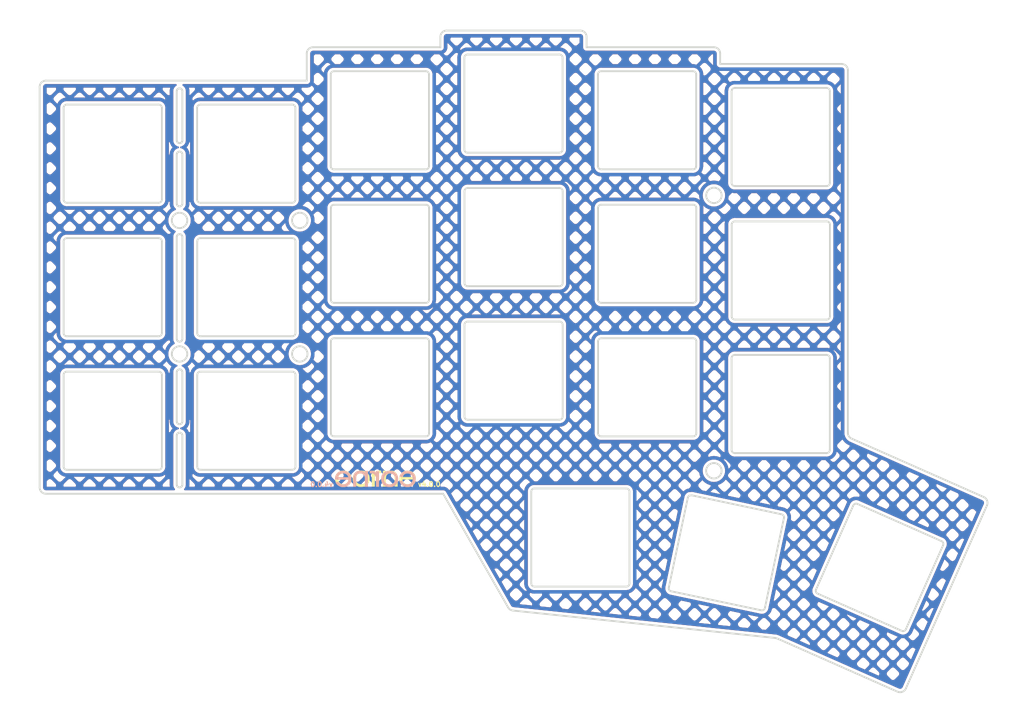
<source format=kicad_pcb>
(kicad_pcb (version 20240108) (generator "pcbnew") (generator_version "8.0")
  (layers (0 "F.Cu" signal) (31 "B.Cu" signal) (34 "B.Paste" user) (35 "F.Paste" user) (36 "B.SilkS" user "B.Silkscreen") (37 "F.SilkS" user "F.Silkscreen") (38 "B.Mask" user) (39 "F.Mask" user) (44 "Edge.Cuts" user))
  (net 0 "")
  (footprint "kbd:corne-logo-horizontal" (layer "F.Cu") (at 127.149998 110.39)
    (property "Reference" "G***" (hide yes))
    (property "Value" "LOGO" (hide yes))
    (fp_poly (pts (xy 0.539737 -1.254564) (xy 0.6858 -1.238039) (xy 0.6858 -0.867271) (xy 0.55245 -0.880932) (xy 0.368351 -0.875861) (xy 0.198952 -0.824078) (xy 0.050381 -0.728944) (xy -0.071234 -0.593821) (xy -0.120111 -0.512131) (xy -0.2032 -0.351162) (xy -0.2032 1.0414) (xy -0.635 1.0414) (xy -0.635 -1.221255) (xy -0.42545 -1.213878) (xy -0.2159 -1.2065) (xy -0.1905 -0.984642) (xy -0.139731 -1.041054) (xy -0.021554 -1.137643) (xy 0.130298 -1.208733) (xy 0.303542 -1.250464) (xy 0.48589 -1.258975) (xy 0.539737 -1.254564)) (stroke (width 0.01)) (fill solid) (layer "F.SilkS"))
    (fp_poly (pts (xy 2.201991 -1.231209) (xy 2.296075 -1.227549) (xy 2.36649 -1.218545) (xy 2.426801 -1.201819) (xy 2.49057 -1.174995) (xy 2.544751 -1.148829) (xy 2.715798 -1.040487) (xy 2.849048 -0.901327) (xy 2.946379 -0.728622) (xy 3.009668 -0.519646) (xy 3.021075 -0.4572) (xy 3.028364 -0.38623) (xy 3.034903 -0.273475) (xy 3.040403 -0.127951) (xy 3.044574 0.04133) (xy 3.047127 0.225353) (xy 3.047808 0.37465) (xy 3.048 1.0414) (xy 2.6162 1.0414) (xy 2.6162 0.32211) (xy 2.615593 0.093457) (xy 2.6136 -0.090242) (xy 2.609963 -0.234823) (xy 2.604422 -0.346118) (xy 2.596719 -0.429963) (xy 2.586595 -0.492191) (xy 2.578697 -0.523466) (xy 2.513937 -0.661693) (xy 2.41303 -0.764894) (xy 2.277603 -0.832016) (xy 2.10928 -0.862001) (xy 2.054812 -0.8636) (xy 1.892341 -0.853183) (xy 1.762362 -0.818306) (xy 1.650264 -0.753528) (xy 1.57036 -0.683274) (xy 1.516173 -0.626269) (xy 1.472791 -0.570499) (xy 1.439023 -0.509635) (xy 1.413679 -0.437348) (xy 1.395567 -0.347311) (xy 1.383496 -0.233195) (xy 1.376277 -0.088673) (xy 1.372717 0.092585) (xy 1.371626 0.316907) (xy 1.3716 0.37291) (xy 1.3716 1.0414) (xy 0.9398 1.0414) (xy 0.9398 -1.2192) (xy 1.3716 -1.2192) (xy 1.3716 -0.961293) (xy 1.453864 -1.043558) (xy 1.540252 -1.119164) (xy 1.630955 -1.172431) (xy 1.736978 -1.206718) (xy 1.869324 -1.225384) (xy 2.038995 -1.231789) (xy 2.070674 -1.2319) (xy 2.201991 -1.231209)) (stroke (width 0.01)) (fill solid) (layer "F.SilkS"))
    (fp_poly (pts (xy -2.057514 -1.23816) (xy -1.80406 -1.202889) (xy -1.575975 -1.126193) (xy -1.376325 -1.010135) (xy -1.208175 -0.856778) (xy -1.074592 -0.668184) (xy -1.010044 -0.5334) (xy -0.978482 -0.419295) (xy -0.958215 -0.271629) (xy -0.94947 -0.10642) (xy -0.952475 0.060313) (xy -0.967457 0.212551) (xy -0.994644 0.334275) (xy -0.997595 0.3429) (xy -1.093981 0.540172) (xy -1.233225 0.716574) (xy -1.409821 0.866769) (xy -1.618259 0.985421) (xy -1.69316 1.01677) (xy -1.825179 1.053019) (xy -1.988165 1.076467) (xy -2.163719 1.086287) (xy -2.33344 1.08165) (xy -2.478926 1.061729) (xy -2.511747 1.053599) (xy -2.725647 0.971401) (xy -2.920379 0.853093) (xy -3.087345 0.705635) (xy -3.217944 0.535986) (xy -3.268818 0.440895) (xy -3.307163 0.338102) (xy -3.341349 0.213876) (xy -3.361401 0.110628) (xy -3.368752 -0.030776) (xy -2.944426 -0.030776) (xy -2.930091 0.116866) (xy -2.909959 0.198207) (xy -2.856706 0.310941) (xy -2.776305 0.426333) (xy -2.682322 0.527702) (xy -2.588326 0.598365) (xy -2.581542 0.60202) (xy -2.384802 0.678118) (xy -2.179811 0.708463) (xy -1.976396 0.692243) (xy -1.863836 0.661468) (xy -1.686556 0.574347) (xy -1.54209 0.450677) (xy -1.434913 0.294341) (xy -1.43048 0.285466) (xy -1.37749 0.129401) (xy -1.355507 -0.047702) (xy -1.364861 -0.226983) (xy -1.405879 -0.389579) (xy -1.418211 -0.4191) (xy -1.515542 -0.578094) (xy -1.643239 -0.702908) (xy -1.793936 -0.793377) (xy -1.960264 -0.849334) (xy -2.134858 -0.870614) (xy -2.310351 -0.857051) (xy -2.479376 -0.808478) (xy -2.634566 -0.72473) (xy -2.768555 -0.60564) (xy -2.873535 -0.451899) (xy -2.915081 -0.334193) (xy -2.939067 -0.187474) (xy -2.944426 -0.030776) (xy -3.368752 -0.030776) (xy -3.374262 -0.136764) (xy -3.34185 -0.371307) (xy -3.26665 -0.587948) (xy -3.151143 -0.781635) (xy -2.997813 -0.947313) (xy -2.80914 -1.079931) (xy -2.765081 -1.103197) (xy -2.590795 -1.177947) (xy -2.41947 -1.222719) (xy -2.233595 -1.240853) (xy -2.057514 -1.23816)) (stroke (width 0.01)) (fill solid) (layer "F.SilkS"))
    (fp_poly (pts (xy -4.440451 -1.224012) (xy -4.325752 -1.197898) (xy -4.10465 -1.107361) (xy -3.913207 -0.980964) (xy -3.756278 -0.823012) (xy -3.638718 -0.637812) (xy -3.604063 -0.557746) (xy -3.570036 -0.464269) (xy -3.558417 -0.405239) (xy -3.575702 -0.372739) (xy -3.628388 -0.358851) (xy -3.722971 -0.355657) (xy -3.769931 -0.3556) (xy -3.983861 -0.355601) (xy -4.014767 -0.449246) (xy -4.081357 -0.575106) (xy -4.187862 -0.686497) (xy -4.324037 -0.776988) (xy -4.479636 -0.840146) (xy -4.644415 -0.869539) (xy -4.686301 -0.870858) (xy -4.868631 -0.84809) (xy -5.038935 -0.783779) (xy -5.188484 -0.683911) (xy -5.308547 -0.554474) (xy -5.390395 -0.401453) (xy -5.396593 -0.383733) (xy -5.430144 -0.225076) (xy -5.435927 -0.049598) (xy -5.415241 0.124327) (xy -5.369387 0.278322) (xy -5.346325 0.326531) (xy -5.240596 0.477138) (xy -5.105721 0.589303) (xy -4.958398 0.660915) (xy -4.779711 0.703926) (xy -4.600241 0.703773) (xy -4.428428 0.663785) (xy -4.27271 0.587291) (xy -4.141526 0.477622) (xy -4.043316 0.338106) (xy -4.021733 0.291389) (xy -3.9751 0.17799) (xy -3.76555 0.177895) (xy -3.662832 0.178561) (xy -3.600716 0.18262) (xy -3.569005 0.192992) (xy -3.557503 0.212594) (xy -3.556 0.237887) (xy -3.571525 0.312902) (xy -3.613076 0.412781) (xy -3.673122 0.524252) (xy -3.744131 0.634041) (xy -3.818571 0.728876) (xy -3.857462 0.769119) (xy -4.037236 0.904131) (xy -4.246093 1.004811) (xy -4.47294 1.067913) (xy -4.706682 1.090194) (xy -4.9022 1.074664) (xy -5.095413 1.023943) (xy -5.283049 0.940877) (xy -5.45274 0.83286) (xy -5.592117 0.707289) (xy -5.659011 0.622165) (xy -5.74034 0.487841) (xy -5.79623 0.362887) (xy -5.830809 0.232138) (xy -5.848207 0.08043) (xy -5.852586 -0.0889) (xy -5.851081 -0.229806) (xy -5.845379 -0.333812) (xy -5.833702 -0.414764) (xy -5.81427 -0.486506) (xy -5.794649 -0.539803) (xy -5.689003 -0.739457) (xy -5.542738 -0.915974) (xy -5.363624 -1.061684) (xy -5.159431 -1.168915) (xy -5.1562 -1.170198) (xy -5.000217 -1.214086) (xy -4.816245 -1.238108) (xy -4.623313 -1.241628) (xy -4.440451 -1.224012)) (stroke (width 0.01)) (fill solid) (layer "F.SilkS"))
    (fp_poly (pts (xy 4.73403 -1.221594) (xy 4.956394 -1.155295) (xy 5.154633 -1.049787) (xy 5.324579 -0.909153) (xy 5.462059 -0.737476) (xy 5.562904 -0.538838) (xy 5.622943 -0.317322) (xy 5.6388 -0.121664) (xy 5.6388 0.0254) (xy 3.7338 0.0254) (xy 3.7338 0.098498) (xy 3.756717 0.221649) (xy 3.820155 0.349172) (xy 3.916143 0.470298) (xy 4.036711 0.574256) (xy 4.125888 0.628239) (xy 4.261742 0.679647) (xy 4.422404 0.704683) (xy 4.435372 0.705596) (xy 4.617629 0.703127) (xy 4.771303 0.666329) (xy 4.908995 0.590614) (xy 5.023693 0.491419) (xy 5.159513 0.3556) (xy 5.362768 0.3556) (xy 5.463311 0.356246) (xy 5.522533 0.360122) (xy 5.54991 0.370133) (xy 5.554919 0.389182) (xy 5.54923 0.41275) (xy 5.510917 0.498398) (xy 5.445999 0.601086) (xy 5.366274 0.704606) (xy 5.283544 0.792746) (xy 5.253357 0.819173) (xy 5.05449 0.948773) (xy 4.831802 1.038237) (xy 4.595096 1.085509) (xy 4.354173 1.088535) (xy 4.142857 1.052004) (xy 3.921745 0.967879) (xy 3.726925 0.844023) (xy 3.563325 0.685554) (xy 3.435874 0.49759) (xy 3.349501 0.285249) (xy 3.330344 0.208299) (xy 3.299808 -0.041758) (xy 3.313541 -0.281339) (xy 3.325722 -0.3302) (xy 3.735057 -0.3302) (xy 4.458328 -0.3302) (xy 4.670914 -0.330472) (xy 4.837999 -0.331479) (xy 4.964879 -0.333506) (xy 5.056851 -0.336842) (xy 5.119212 -0.341771) (xy 5.157259 -0.34858) (xy 5.176288 -0.357556) (xy 5.181597 -0.368986) (xy 5.1816 -0.369312) (xy 5.161223 -0.451242) (xy 5.106525 -0.546827) (xy 5.027152 -0.644278) (xy 4.932748 -0.731805) (xy 4.832961 -0.797617) (xy 4.829903 -0.799174) (xy 4.690847 -0.846723) (xy 4.526733 -0.867986) (xy 4.355928 -0.86304) (xy 4.196798 -0.831961) (xy 4.10506 -0.796156) (xy 3.958526 -0.694514) (xy 3.839649 -0.553203) (xy 3.759265 -0.393873) (xy 3.735057 -0.3302) (xy 3.325722 -0.3302) (xy 3.369367 -0.505265) (xy 3.465106 -0.708357) (xy 3.598579 -0.885437) (xy 3.767608 -1.031328) (xy 3.880499 -1.099311) (xy 4.075103 -1.183254) (xy 4.272426 -1.230099) (xy 4.491713 -1.2446) (xy 4.73403 -1.221594)) (stroke (width 0.01)) (fill solid) (layer "F.SilkS"))
  )
  (footprint "kbd:corne-logo-horizontal" (layer "B.Cu") (at 126.904134 110.413 180)
    (property "Reference" "G***" (hide yes))
    (property "Value" "LOGO" (hide yes))
    (fp_poly (pts (xy 0.539737 1.254564) (xy 0.6858 1.238039) (xy 0.6858 0.867271) (xy 0.55245 0.880932) (xy 0.368351 0.875861) (xy 0.198952 0.824078) (xy 0.050381 0.728944) (xy -0.071234 0.593821) (xy -0.120111 0.512131) (xy -0.2032 0.351162) (xy -0.2032 -1.0414) (xy -0.635 -1.0414) (xy -0.635 1.221255) (xy -0.42545 1.213878) (xy -0.2159 1.2065) (xy -0.1905 0.984642) (xy -0.139731 1.041054) (xy -0.021554 1.137643) (xy 0.130298 1.208733) (xy 0.303542 1.250464) (xy 0.48589 1.258975) (xy 0.539737 1.254564)) (stroke (width 0.01)) (fill solid) (layer "B.SilkS"))
    (fp_poly (pts (xy 2.201991 1.231209) (xy 2.296075 1.227549) (xy 2.36649 1.218545) (xy 2.426801 1.201819) (xy 2.49057 1.174995) (xy 2.544751 1.148829) (xy 2.715798 1.040487) (xy 2.849048 0.901327) (xy 2.946379 0.728622) (xy 3.009668 0.519646) (xy 3.021075 0.4572) (xy 3.028364 0.38623) (xy 3.034903 0.273475) (xy 3.040403 0.127951) (xy 3.044574 -0.04133) (xy 3.047127 -0.225353) (xy 3.047808 -0.37465) (xy 3.048 -1.0414) (xy 2.6162 -1.0414) (xy 2.6162 -0.32211) (xy 2.615593 -0.093457) (xy 2.6136 0.090242) (xy 2.609963 0.234823) (xy 2.604422 0.346118) (xy 2.596719 0.429963) (xy 2.586595 0.492191) (xy 2.578697 0.523466) (xy 2.513937 0.661693) (xy 2.41303 0.764894) (xy 2.277603 0.832016) (xy 2.10928 0.862001) (xy 2.054812 0.8636) (xy 1.892341 0.853183) (xy 1.762362 0.818306) (xy 1.650264 0.753528) (xy 1.57036 0.683274) (xy 1.516173 0.626269) (xy 1.472791 0.570499) (xy 1.439023 0.509635) (xy 1.413679 0.437348) (xy 1.395567 0.347311) (xy 1.383496 0.233195) (xy 1.376277 0.088673) (xy 1.372717 -0.092585) (xy 1.371626 -0.316907) (xy 1.3716 -0.37291) (xy 1.3716 -1.0414) (xy 0.9398 -1.0414) (xy 0.9398 1.2192) (xy 1.3716 1.2192) (xy 1.3716 0.961293) (xy 1.453864 1.043558) (xy 1.540252 1.119164) (xy 1.630955 1.172431) (xy 1.736978 1.206718) (xy 1.869324 1.225384) (xy 2.038995 1.231789) (xy 2.070674 1.2319) (xy 2.201991 1.231209)) (stroke (width 0.01)) (fill solid) (layer "B.SilkS"))
    (fp_poly (pts (xy -2.057514 1.23816) (xy -1.80406 1.202889) (xy -1.575975 1.126193) (xy -1.376325 1.010135) (xy -1.208175 0.856778) (xy -1.074592 0.668184) (xy -1.010044 0.5334) (xy -0.978482 0.419295) (xy -0.958215 0.271629) (xy -0.94947 0.10642) (xy -0.952475 -0.060313) (xy -0.967457 -0.212551) (xy -0.994644 -0.334275) (xy -0.997595 -0.3429) (xy -1.093981 -0.540172) (xy -1.233225 -0.716574) (xy -1.409821 -0.866769) (xy -1.618259 -0.985421) (xy -1.69316 -1.01677) (xy -1.825179 -1.053019) (xy -1.988165 -1.076467) (xy -2.163719 -1.086287) (xy -2.33344 -1.08165) (xy -2.478926 -1.061729) (xy -2.511747 -1.053599) (xy -2.725647 -0.971401) (xy -2.920379 -0.853093) (xy -3.087345 -0.705635) (xy -3.217944 -0.535986) (xy -3.268818 -0.440895) (xy -3.307163 -0.338102) (xy -3.341349 -0.213876) (xy -3.361401 -0.110628) (xy -3.368752 0.030776) (xy -2.944426 0.030776) (xy -2.930091 -0.116866) (xy -2.909959 -0.198207) (xy -2.856706 -0.310941) (xy -2.776305 -0.426333) (xy -2.682322 -0.527702) (xy -2.588326 -0.598365) (xy -2.581542 -0.60202) (xy -2.384802 -0.678118) (xy -2.179811 -0.708463) (xy -1.976396 -0.692243) (xy -1.863836 -0.661468) (xy -1.686556 -0.574347) (xy -1.54209 -0.450677) (xy -1.434913 -0.294341) (xy -1.43048 -0.285466) (xy -1.37749 -0.129401) (xy -1.355507 0.047702) (xy -1.364861 0.226983) (xy -1.405879 0.389579) (xy -1.418211 0.4191) (xy -1.515542 0.578094) (xy -1.643239 0.702908) (xy -1.793936 0.793377) (xy -1.960264 0.849334) (xy -2.134858 0.870614) (xy -2.310351 0.857051) (xy -2.479376 0.808478) (xy -2.634566 0.72473) (xy -2.768555 0.60564) (xy -2.873535 0.451899) (xy -2.915081 0.334193) (xy -2.939067 0.187474) (xy -2.944426 0.030776) (xy -3.368752 0.030776) (xy -3.374262 0.136764) (xy -3.34185 0.371307) (xy -3.26665 0.587948) (xy -3.151143 0.781635) (xy -2.997813 0.947313) (xy -2.80914 1.079931) (xy -2.765081 1.103197) (xy -2.590795 1.177947) (xy -2.41947 1.222719) (xy -2.233595 1.240853) (xy -2.057514 1.23816)) (stroke (width 0.01)) (fill solid) (layer "B.SilkS"))
    (fp_poly (pts (xy -4.440451 1.224012) (xy -4.325752 1.197898) (xy -4.10465 1.107361) (xy -3.913207 0.980964) (xy -3.756278 0.823012) (xy -3.638718 0.637812) (xy -3.604063 0.557746) (xy -3.570036 0.464269) (xy -3.558417 0.405239) (xy -3.575702 0.372739) (xy -3.628388 0.358851) (xy -3.722971 0.355657) (xy -3.769931 0.3556) (xy -3.983861 0.355601) (xy -4.014767 0.449246) (xy -4.081357 0.575106) (xy -4.187862 0.686497) (xy -4.324037 0.776988) (xy -4.479636 0.840146) (xy -4.644415 0.869539) (xy -4.686301 0.870858) (xy -4.868631 0.84809) (xy -5.038935 0.783779) (xy -5.188484 0.683911) (xy -5.308547 0.554474) (xy -5.390395 0.401453) (xy -5.396593 0.383733) (xy -5.430144 0.225076) (xy -5.435927 0.049598) (xy -5.415241 -0.124327) (xy -5.369387 -0.278322) (xy -5.346325 -0.326531) (xy -5.240596 -0.477138) (xy -5.105721 -0.589303) (xy -4.958398 -0.660915) (xy -4.779711 -0.703926) (xy -4.600241 -0.703773) (xy -4.428428 -0.663785) (xy -4.27271 -0.587291) (xy -4.141526 -0.477622) (xy -4.043316 -0.338106) (xy -4.021733 -0.291389) (xy -3.9751 -0.17799) (xy -3.76555 -0.177895) (xy -3.662832 -0.178561) (xy -3.600716 -0.18262) (xy -3.569005 -0.192992) (xy -3.557503 -0.212594) (xy -3.556 -0.237887) (xy -3.571525 -0.312902) (xy -3.613076 -0.412781) (xy -3.673122 -0.524252) (xy -3.744131 -0.634041) (xy -3.818571 -0.728876) (xy -3.857462 -0.769119) (xy -4.037236 -0.904131) (xy -4.246093 -1.004811) (xy -4.47294 -1.067913) (xy -4.706682 -1.090194) (xy -4.9022 -1.074664) (xy -5.095413 -1.023943) (xy -5.283049 -0.940877) (xy -5.45274 -0.83286) (xy -5.592117 -0.707289) (xy -5.659011 -0.622165) (xy -5.74034 -0.487841) (xy -5.79623 -0.362887) (xy -5.830809 -0.232138) (xy -5.848207 -0.08043) (xy -5.852586 0.0889) (xy -5.851081 0.229806) (xy -5.845379 0.333812) (xy -5.833702 0.414764) (xy -5.81427 0.486506) (xy -5.794649 0.539803) (xy -5.689003 0.739457) (xy -5.542738 0.915974) (xy -5.363624 1.061684) (xy -5.159431 1.168915) (xy -5.1562 1.170198) (xy -5.000217 1.214086) (xy -4.816245 1.238108) (xy -4.623313 1.241628) (xy -4.440451 1.224012)) (stroke (width 0.01)) (fill solid) (layer "B.SilkS"))
    (fp_poly (pts (xy 4.73403 1.221594) (xy 4.956394 1.155295) (xy 5.154633 1.049787) (xy 5.324579 0.909153) (xy 5.462059 0.737476) (xy 5.562904 0.538838) (xy 5.622943 0.317322) (xy 5.6388 0.121664) (xy 5.6388 -0.0254) (xy 3.7338 -0.0254) (xy 3.7338 -0.098498) (xy 3.756717 -0.221649) (xy 3.820155 -0.349172) (xy 3.916143 -0.470298) (xy 4.036711 -0.574256) (xy 4.125888 -0.628239) (xy 4.261742 -0.679647) (xy 4.422404 -0.704683) (xy 4.435372 -0.705596) (xy 4.617629 -0.703127) (xy 4.771303 -0.666329) (xy 4.908995 -0.590614) (xy 5.023693 -0.491419) (xy 5.159513 -0.3556) (xy 5.362768 -0.3556) (xy 5.463311 -0.356246) (xy 5.522533 -0.360122) (xy 5.54991 -0.370133) (xy 5.554919 -0.389182) (xy 5.54923 -0.41275) (xy 5.510917 -0.498398) (xy 5.445999 -0.601086) (xy 5.366274 -0.704606) (xy 5.283544 -0.792746) (xy 5.253357 -0.819173) (xy 5.05449 -0.948773) (xy 4.831802 -1.038237) (xy 4.595096 -1.085509) (xy 4.354173 -1.088535) (xy 4.142857 -1.052004) (xy 3.921745 -0.967879) (xy 3.726925 -0.844023) (xy 3.563325 -0.685554) (xy 3.435874 -0.49759) (xy 3.349501 -0.285249) (xy 3.330344 -0.208299) (xy 3.299808 0.041758) (xy 3.313541 0.281339) (xy 3.325722 0.3302) (xy 3.735057 0.3302) (xy 4.458328 0.3302) (xy 4.670914 0.330472) (xy 4.837999 0.331479) (xy 4.964879 0.333506) (xy 5.056851 0.336842) (xy 5.119212 0.341771) (xy 5.157259 0.34858) (xy 5.176288 0.357556) (xy 5.181597 0.368986) (xy 5.1816 0.369312) (xy 5.161223 0.451242) (xy 5.106525 0.546827) (xy 5.027152 0.644278) (xy 4.932748 0.731805) (xy 4.832961 0.797617) (xy 4.829903 0.799174) (xy 4.690847 0.846723) (xy 4.526733 0.867986) (xy 4.355928 0.86304) (xy 4.196798 0.831961) (xy 4.10506 0.796156) (xy 3.958526 0.694514) (xy 3.839649 0.553203) (xy 3.759265 0.393873) (xy 3.735057 0.3302) (xy 3.325722 0.3302) (xy 3.369367 0.505265) (xy 3.465106 0.708357) (xy 3.598579 0.885437) (xy 3.767608 1.031328) (xy 3.880499 1.099311) (xy 4.075103 1.183254) (xy 4.272426 1.230099) (xy 4.491713 1.2446) (xy 4.73403 1.221594)) (stroke (width 0.01)) (fill solid) (layer "B.SilkS"))
  )
  (gr_line (start 99.1 90.749793) (end 99.223607 90.730216) (stroke (width 0.254)) (layer "Edge.Cuts"))
  (gr_line (start 98.776393 94.864696) (end 98.719577 94.976203) (stroke (width 0.254)) (layer "Edge.Cuts"))
  (gr_arc (start 134.1592 52.1623) (mid 134.529737 52.291763) (end 134.6592 52.6623) (stroke (width 0.254)) (layer "Edge.Cuts"))
  (gr_line (start 99.223607 71.4302) (end 99.335114 71.373384) (stroke (width 0.254)) (layer "Edge.Cuts"))
  (gr_line (start 162.75 125.6937) (end 162.9453 125.6719) (stroke (width 0.254)) (layer "Edge.Cuts"))
  (gr_arc (start 101.6323 76.3426) (mid 101.805384 76.060514) (end 102.1251 75.975) (stroke (width 0.254)) (layer "Edge.Cuts"))
  (gr_line (start 149.25 112.1937) (end 149.25 125.1937) (stroke (width 0.254)) (layer "Edge.Cuts"))
  (gr_line (start 98.864886 90.6734) (end 98.976393 90.730216) (stroke (width 0.254)) (layer "Edge.Cuts"))
  (gr_arc (start 172.71 65.9224) (mid 172.521499 66.111373) (end 172.2592 66.1608) (stroke (width 0.254)) (layer "Edge.Cuts"))
  (gr_line (start 99.5 75.799793) (end 99.480423 75.676186) (stroke (width 0.254)) (layer "Edge.Cuts"))
  (gr_line (start 118.1342 48.7373) (end 136.2842 48.7373) (stroke (width 0.254)) (layer "Edge.Cuts"))
  (gr_line (start 98.864886 102.448419) (end 98.976393 102.505235) (stroke (width 0.254)) (layer "Edge.Cuts"))
  (gr_arc (start 136.2842 47.256) (mid 136.547804 46.619604) (end 137.1842 46.356) (stroke (width 0.254)) (layer "Edge.Cuts"))
  (gr_arc (start 83.075 109.025) (mid 82.704463 108.895537) (end 82.575 108.525) (stroke (width 0.254)) (layer "Edge.Cuts"))
  (gr_line (start 194.924703 104.579295) (end 213.764336 112.92021) (stroke (width 0.254)) (layer "Edge.Cuts"))
  (gr_arc (start 96.2075 75.9823) (mid 96.489544 76.155334) (end 96.575 76.475) (stroke (width 0.254)) (layer "Edge.Cuts"))
  (gr_arc (start 158.7822 90.6301) (mid 158.955284 90.348014) (end 159.275 90.2625) (stroke (width 0.254)) (layer "Edge.Cuts"))
  (gr_line (start 134.6259 84.9741) (end 134.675 84.7125) (stroke (width 0.254)) (layer "Edge.Cuts"))
  (gr_line (start 98.719577 102.248419) (end 98.776393 102.359926) (stroke (width 0.254)) (layer "Edge.Cuts"))
  (gr_line (start 115.625 89.475) (end 115.625 76.475) (stroke (width 0.254)) (layer "Edge.Cuts"))
  (gr_arc (start 193.48905 51.1203) (mid 194.125446 51.383905) (end 194.38905 52.0203) (stroke (width 0.254)) (layer "Edge.Cuts"))
  (gr_circle (center 99.1 92.5) (end 100.2 92.5) (stroke (width 0.254)) (fill none) (layer "Edge.Cuts"))
  (gr_line (start 191.8092 106.1437) (end 191.8092 93.1437) (stroke (width 0.254)) (layer "Edge.Cuts"))
  (gr_arc (start 121.175 104.2625) (mid 120.804463 104.133037) (end 120.675 103.7625) (stroke (width 0.254)) (layer "Edge.Cuts"))
  (gr_arc (start 120.6592 52.6623) (mid 120.788623 52.291723) (end 121.1592 52.1623) (stroke (width 0.254)) (layer "Edge.Cuts"))
  (gr_arc (start 159.2723 85.2071) (mid 158.901778 85.077622) (end 158.7723 84.7071) (stroke (width 0.254)) (layer "Edge.Cuts"))
  (gr_line (start 99.480423 102.248419) (end 99.5 102.124812) (stroke (width 0.254)) (layer "Edge.Cuts"))
  (gr_line (start 99.480424 111.273422) (end 99.500001 111.149815) (stroke (width 0.254)) (layer "Edge.Cuts"))
  (gr_line (start 99.223607 90.730216) (end 99.335114 90.6734) (stroke (width 0.254)) (layer "Edge.Cuts"))
  (gr_line (start 172.1534 112.677) (end 171.7992 112.7064) (stroke (width 0.254)) (layer "Edge.Cuts"))
  (gr_arc (start 169.2569 126.3741) (mid 168.921149 126.170809) (end 168.8712 125.7815) (stroke (width 0.254)) (layer "Edge.Cuts"))
  (gr_line (start 134.675 84.7125) (end 134.675 71.7125) (stroke (width 0.254)) (layer "Edge.Cuts"))
  (gr_line (start 121.1592 66.1623) (end 134.1592 66.1623) (stroke (width 0.254)) (layer "Edge.Cuts"))
  (gr_line (start 98.864886 63.701168) (end 98.776393 63.789661) (stroke (width 0.254)) (layer "Edge.Cuts"))
  (gr_line (start 99.480423 90.4734) (end 99.5 90.349793) (stroke (width 0.254)) (layer "Edge.Cuts"))
  (gr_line (start 98.976394 54.619349) (end 98.864887 54.676165) (stroke (width 0.254)) (layer "Edge.Cuts"))
  (gr_line (start 191.3092 54.5453) (end 178.3092 54.5453) (stroke (width 0.254)) (layer "Edge.Cuts"))
  (gr_arc (start 184.8721 115.3666) (mid 185.207841 115.569907) (end 185.2579 115.9592) (stroke (width 0.254)) (layer "Edge.Cuts"))
  (gr_arc (start 134.175 71.2125) (mid 134.545548 71.341952) (end 134.675 71.7125) (stroke (width 0.254)) (layer "Edge.Cuts"))
  (gr_line (start 98.776394 54.764658) (end 98.719578 54.876165) (stroke (width 0.254)) (layer "Edge.Cuts"))
  (gr_line (start 98.776393 103.889698) (end 98.719577 104.001205) (stroke (width 0.254)) (layer "Edge.Cuts"))
  (gr_arc (start 139.725 69.3313) (mid 139.854479 68.960779) (end 140.225 68.8313) (stroke (width 0.254)) (layer "Edge.Cuts"))
  (gr_arc (start 134.675 103.7625) (mid 134.545577 104.133077) (end 134.175 104.2625) (stroke (width 0.254)) (layer "Edge.Cuts"))
  (gr_line (start 99.5 104.124812) (end 99.480423 104.001205) (stroke (width 0.254)) (layer "Edge.Cuts"))
  (gr_arc (start 96.075 95.025) (mid 96.445548 95.154452) (end 96.575 95.525) (stroke (width 0.254)) (layer "Edge.Cuts"))
  (gr_arc (start 153.725 101.3813) (mid 153.595555 101.751855) (end 153.225 101.8813) (stroke (width 0.254)) (layer "Edge.Cuts"))
  (gr_arc (start 162.75 111.6937) (mid 163.120554 111.823146) (end 163.25 112.1937) (stroke (width 0.254)) (layer "Edge.Cuts"))
  (gr_line (start 115.6092 70.4246) (end 115.6092 57.4246) (stroke (width 0.254)) (layer "Edge.Cuts"))
  (gr_arc (start 202.6758 131.7289) (mid 202.407421 132.015279) (end 202.0162 131.9837) (stroke (width 0.254)) (layer "Edge.Cuts"))
  (gr_line (start 121.175 104.2625) (end 134.175 104.2625) (stroke (width 0.254)) (layer "Edge.Cuts"))
  (gr_line (start 99.223607 103.744389) (end 99.1 103.724812) (stroke (width 0.254)) (layer "Edge.Cuts"))
  (gr_arc (start 172.2592 52.1608) (mid 172.629703 52.290297) (end 172.7592 52.6608) (stroke (width 0.254)) (layer "Edge.Cuts"))
  (gr_line (start 99.5 102.124812) (end 99.5 95.09981) (stroke (width 0.254)) (layer "Edge.Cuts"))
  (gr_line (start 98.864887 111.473422) (end 98.976394 111.530238) (stroke (width 0.254)) (layer "Edge.Cuts"))
  (gr_line (start 98.7 62.024775) (end 98.719577 62.148382) (stroke (width 0.254)) (layer "Edge.Cuts"))
  (gr_arc (start 159.275 104.2625) (mid 158.904423 104.133077) (end 158.775 103.7625) (stroke (width 0.254)) (layer "Edge.Cuts"))
  (gr_line (start 102.1092 56.9246) (end 101.9139 56.9464) (stroke (width 0.254)) (layer "Edge.Cuts"))
  (gr_line (start 99.480423 94.976203) (end 99.423607 94.864696) (stroke (width 0.254)) (layer "Edge.Cuts"))
  (gr_line (start 134.175 90.2625) (end 121.175 90.2625) (stroke (width 0.254)) (layer "Edge.Cuts"))
  (gr_line (start 117.2342 53.4997) (end 117.2342 49.6373) (stroke (width 0.254)) (layer "Edge.Cuts"))
  (gr_line (start 99.5 71.049777) (end 99.5 64.024775) (stroke (width 0.254)) (layer "Edge.Cuts"))
  (gr_arc (start 134.6592 65.6623) (mid 134.529722 66.032822) (end 134.1592 66.1623) (stroke (width 0.254)) (layer "Edge.Cuts"))
  (gr_line (start 102.1092 70.9246) (end 115.1092 70.9246) (stroke (width 0.254)) (layer "Edge.Cuts"))
  (gr_line (start 99.423607 62.259889) (end 99.480423 62.148382) (stroke (width 0.254)) (layer "Edge.Cuts"))
  (gr_line (start 115.125 75.975) (end 102.1251 75.975) (stroke (width 0.254)) (layer "Edge.Cuts"))
  (gr_line (start 171.5608 113.0628) (end 168.8712 125.7815) (stroke (width 0.254)) (layer "Edge.Cuts"))
  (gr_line (start 99.423607 90.584907) (end 99.480423 90.4734) (stroke (width 0.254)) (layer "Edge.Cuts"))
  (gr_line (start 99.5 64.024775) (end 99.480423 63.901168) (stroke (width 0.254)) (layer "Edge.Cuts"))
  (gr_line (start 191.824 87.0943) (end 191.824 74.0943) (stroke (width 0.254)) (layer "Edge.Cuts"))
  (gr_line (start 177.824 74.0943) (end 177.824 87.0943) (stroke (width 0.254)) (layer "Edge.Cuts"))
  (gr_arc (start 191.3092 92.6437) (mid 191.679739 92.773161) (end 191.8092 93.1437) (stroke (width 0.254)) (layer "Edge.Cuts"))
  (gr_line (start 98.776393 102.359926) (end 98.864886 102.448419) (stroke (width 0.254)) (layer "Edge.Cuts"))
  (gr_line (start 99.423607 94.864696) (end 99.335114 94.776203) (stroke (width 0.254)) (layer "Edge.Cuts"))
  (gr_line (start 99.223607 102.505235) (end 99.335114 102.448419) (stroke (width 0.254)) (layer "Edge.Cuts"))
  (gr_line (start 214.222941 114.10751) (end 202.654907 140.236264) (stroke (width 0.254)) (layer "Edge.Cuts"))
  (gr_arc (start 140.0926 82.824) (mid 139.810493 82.650997) (end 139.725 82.3313) (stroke (width 0.254)) (layer "Edge.Cuts"))
  (gr_line (start 99.335114 94.776203) (end 99.223607 94.719387) (stroke (width 0.254)) (layer "Edge.Cuts"))
  (gr_line (start 82.5823 57.2924) (end 82.575 57.4249) (stroke (width 0.254)) (layer "Edge.Cuts"))
  (gr_line (start 177.8092 106.1437) (end 177.831 106.339) (stroke (width 0.254)) (layer "Edge.Cuts"))
  (gr_line (start 136.2842 48.7373) (end 136.2842 47.256) (stroke (width 0.254)) (layer "Edge.Cuts"))
  (gr_line (start 195.1371 114.1742) (end 189.8743 126.0613) (stroke (width 0.254)) (layer "Edge.Cuts"))
  (gr_arc (start 195.1371 114.1742) (mid 195.405446 113.887758) (end 195.7967 113.9194) (stroke (width 0.254)) (layer "Edge.Cuts"))
  (gr_line (start 98.976393 62.405198) (end 99.1 62.424775) (stroke (width 0.254)) (layer "Edge.Cuts"))
  (gr_line (start 98.864887 54.676165) (end 98.776394 54.764658) (stroke (width 0.254)) (layer "Edge.Cuts"))
  (gr_arc (start 207.6838 119.1822) (mid 207.970246 119.450581) (end 207.9385 119.8418) (stroke (width 0.254)) (layer "Edge.Cuts"))
  (gr_line (start 83.075 109.025) (end 96.075 109.025) (stroke (width 0.254)) (layer "Edge.Cuts"))
  (gr_line (start 158.7592 52.6608) (end 158.7592 65.6608) (stroke (width 0.254)) (layer "Edge.Cuts"))
  (gr_line (start 115.125 95.025) (end 102.125 95.025) (stroke (width 0.254)) (layer "Edge.Cuts"))
  (gr_arc (start 139.725 88.3813) (mid 139.854479 88.010779) (end 140.225 87.8813) (stroke (width 0.254)) (layer "Edge.Cuts"))
  (gr_line (start 98.719577 90.4734) (end 98.776393 90.584907) (stroke (width 0.254)) (layer "Edge.Cuts"))
  (gr_arc (start 194.924703 104.579295) (mid 194.534778 104.247297) (end 194.38905 103.756342) (stroke (width 0.254)) (layer "Edge.Cuts"))
  (gr_arc (start 172.7723 84.7071) (mid 172.64281 85.07761) (end 172.2723 85.2071) (stroke (width 0.254)) (layer "Edge.Cuts"))
  (gr_line (start 79.15 111.55) (end 79.15 54.399901) (stroke (width 0.254)) (layer "Edge.Cuts"))
  (gr_line (start 99.1 102.524812) (end 99.223607 102.505235) (stroke (width 0.254)) (layer "Edge.Cuts"))
  (gr_line (start 99.1 94.69981) (end 98.976393 94.719387) (stroke (width 0.254)) (layer "Edge.Cuts"))
  (gr_line (start 99.480424 54.876165) (end 99.423608 54.764658) (stroke (width 0.254)) (layer "Edge.Cuts"))
  (gr_arc (start 153.7092 63.281) (mid 153.641635 63.574173) (end 153.4044 63.7592) (stroke (width 0.254)) (layer "Edge.Cuts"))
  (gr_line (start 99.1 75.399793) (end 98.976393 75.41937) (stroke (width 0.254)) (layer "Edge.Cuts"))
  (gr_line (start 140.2092 63.781) (end 153.2092 63.781) (stroke (width 0.254)) (layer "Edge.Cuts"))
  (gr_line (start 136.6778 112.45) (end 80.05 112.45) (stroke (width 0.254)) (layer "Edge.Cuts"))
  (gr_line (start 139.7092 50.281) (end 139.7092 63.281) (stroke (width 0.254)) (layer "Edge.Cuts"))
  (gr_arc (start 102.125 89.975) (mid 101.754463 89.845537) (end 101.625 89.475) (stroke (width 0.254)) (layer "Edge.Cuts"))
  (gr_line (start 101.6092 57.4246) (end 101.6092 70.4246) (stroke (width 0.254)) (layer "Edge.Cuts"))
  (gr_arc (start 172.775 103.7625) (mid 172.64555 104.13305) (end 172.275 104.2625) (stroke (width 0.254)) (layer "Edge.Cuts"))
  (gr_line (start 96.075 75.975) (end 83.075 75.975) (stroke (width 0.254)) (layer "Edge.Cuts"))
  (gr_line (start 120.6592 52.6623) (end 120.6592 65.6623) (stroke (width 0.254)) (layer "Edge.Cuts"))
  (gr_arc (start 96.575 70.4249) (mid 96.445537 70.795437) (end 96.075 70.9249) (stroke (width 0.254)) (layer "Edge.Cuts"))
  (gr_line (start 158.7723 71.7071) (end 158.7723 84.7071) (stroke (width 0.254)) (layer "Edge.Cuts"))
  (gr_line (start 172.7592 65.6608) (end 172.7592 52.6608) (stroke (width 0.254)) (layer "Edge.Cuts"))
  (gr_arc (start 120.675 71.7125) (mid 120.804518 71.342018) (end 121.175 71.2125) (stroke (width 0.254)) (layer "Edge.Cuts"))
  (gr_line (start 121.0267 66.1551) (end 121.1592 66.1623) (stroke (width 0.254)) (layer "Edge.Cuts"))
  (gr_line (start 177.8583 54.7837) (end 177.8092 55.0453) (stroke (width 0.254)) (layer "Edge.Cuts"))
  (gr_line (start 98.864886 71.373384) (end 98.976393 71.4302) (stroke (width 0.254)) (layer "Edge.Cuts"))
  (gr_line (start 140.0926 82.824) (end 140.225 82.8313) (stroke (width 0.254)) (layer "Edge.Cuts"))
  (gr_line (start 98.7 102.124812) (end 98.719577 102.248419) (stroke (width 0.254)) (layer "Edge.Cuts"))
  (gr_line (start 98.864886 94.776203) (end 98.776393 94.864696) (stroke (width 0.254)) (layer "Edge.Cuts"))
  (gr_line (start 98.776393 75.564679) (end 98.719577 75.676186) (stroke (width 0.254)) (layer "Edge.Cuts"))
  (gr_line (start 98.7 95.09981) (end 98.7 102.124812) (stroke (width 0.254)) (layer "Edge.Cuts"))
  (gr_arc (start 139.7092 50.281) (mid 139.838646 49.910446) (end 140.2092 49.781) (stroke (width 0.254)) (layer "Edge.Cuts"))
  (gr_line (start 98.976394 111.530238) (end 99.100001 111.549815) (stroke (width 0.254)) (layer "Edge.Cuts"))
  (gr_arc (start 202.654907 140.236264) (mid 202.156242 140.711453) (end 201.467607 140.694869) (stroke (width 0.254)) (layer "Edge.Cuts"))
  (gr_line (start 96.575 89.475) (end 96.575 76.475) (stroke (width 0.254)) (layer "Edge.Cuts"))
  (gr_line (start 99.1 63.624775) (end 98.976393 63.644352) (stroke (width 0.254)) (layer "Edge.Cuts"))
  (gr_arc (start 178.324 87.5943) (mid 177.953423 87.464877) (end 177.824 87.0943) (stroke (width 0.254)) (layer "Edge.Cuts"))
  (gr_line (start 98.864886 62.348382) (end 98.976393 62.405198) (stroke (width 0.254)) (layer "Edge.Cuts"))
  (gr_line (start 99.335114 71.373384) (end 99.423607 71.284891) (stroke (width 0.254)) (layer "Edge.Cuts"))
  (gr_line (start 98.719578 54.876165) (end 98.700001 54.999772) (stroke (width 0.254)) (layer "Edge.Cuts"))
  (gr_circle (center 175.2842 109.1687) (end 176.3842 109.1687) (stroke (width 0.254)) (fill none) (layer "Edge.Cuts"))
  (gr_line (start 101.6323 76.3426) (end 101.6251 76.475) (stroke (width 0.254)) (layer "Edge.Cuts"))
  (gr_line (start 99.480423 63.901168) (end 99.423607 63.789661) (stroke (width 0.254)) (layer "Edge.Cuts"))
  (gr_line (start 99.223607 62.405198) (end 99.335114 62.348382) (stroke (width 0.254)) (layer "Edge.Cuts"))
  (gr_arc (start 120.675 90.7625) (mid 120.804518 90.392018) (end 121.175 90.2625) (stroke (width 0.254)) (layer "Edge.Cuts"))
  (gr_line (start 178.3092 68.5453) (end 191.3092 68.5453) (stroke (width 0.254)) (layer "Edge.Cuts"))
  (gr_line (start 184.8721 115.3666) (end 172.1534 112.677) (stroke (width 0.254)) (layer "Edge.Cuts"))
  (gr_arc (start 158.7723 71.7071) (mid 158.901718 71.336518) (end 159.2723 71.2071) (stroke (width 0.254)) (layer "Edge.Cuts"))
  (gr_line (start 99.1 62.424775) (end 99.223607 62.405198) (stroke (width 0.254)) (layer "Edge.Cuts"))
  (gr_arc (start 213.764336 112.92021) (mid 214.23953 113.418878) (end 214.222941 114.10751) (stroke (width 0.254)) (layer "Edge.Cuts"))
  (gr_arc (start 149.75 125.6937) (mid 149.379457 125.564243) (end 149.25 125.1937) (stroke (width 0.254)) (layer "Edge.Cuts"))
  (gr_line (start 98.976393 90.730216) (end 99.1 90.749793) (stroke (width 0.254)) (layer "Edge.Cuts"))
  (gr_arc (start 177.8092 93.1437) (mid 177.938623 92.773123) (end 178.3092 92.6437) (stroke (width 0.254)) (layer "Edge.Cuts"))
  (gr_arc (start 101.6323 95.3926) (mid 101.805343 95.110545) (end 102.125 95.025) (stroke (width 0.254)) (layer "Edge.Cuts"))
  (gr_arc (start 156.2342 46.356) (mid 156.870596 46.619604) (end 157.1342 47.256) (stroke (width 0.254)) (layer "Edge.Cuts"))
  (gr_line (start 158.775 90.7625) (end 158.775 103.7625) (stroke (width 0.254)) (layer "Edge.Cuts"))
  (gr_line (start 202.6758 131.7289) (end 207.9385 119.8418) (stroke (width 0.254)) (layer "Edge.Cuts"))
  (gr_arc (start 171.5608 113.0628) (mid 171.635863 112.855076) (end 171.7992 112.7064) (stroke (width 0.254)) (layer "Edge.Cuts"))
  (gr_line (start 201.467607 140.694869) (end 184.307883 133.097715) (stroke (width 0.254)) (layer "Edge.Cuts"))
  (gr_line (start 159.275 104.2625) (end 172.275 104.2625) (stroke (width 0.254)) (layer "Edge.Cuts"))
  (gr_line (start 139.725 69.3313) (end 139.725 82.3313) (stroke (width 0.254)) (layer "Edge.Cuts"))
  (gr_line (start 98.719578 111.273422) (end 98.776394 111.384929) (stroke (width 0.254)) (layer "Edge.Cuts"))
  (gr_line (start 99.223608 54.619349) (end 99.100001 54.599772) (stroke (width 0.254)) (layer "Edge.Cuts"))
  (gr_line (start 163.25 125.1937) (end 163.25 112.1937) (stroke (width 0.254)) (layer "Edge.Cuts"))
  (gr_line (start 99.335114 63.701168) (end 99.223607 63.644352) (stroke (width 0.254)) (layer "Edge.Cuts"))
  (gr_line (start 99.423608 111.384929) (end 99.480424 111.273422) (stroke (width 0.254)) (layer "Edge.Cuts"))
  (gr_arc (start 140.2092 63.781) (mid 139.838617 63.651583) (end 139.7092 63.281) (stroke (width 0.254)) (layer "Edge.Cuts"))
  (gr_line (start 82.575 76.475) (end 82.575 89.475) (stroke (width 0.254)) (layer "Edge.Cuts"))
  (gr_line (start 99.480423 75.676186) (end 99.423607 75.564679) (stroke (width 0.254)) (layer "Edge.Cuts"))
  (gr_line (start 99.480423 71.173384) (end 99.5 71.049777) (stroke (width 0.254)) (layer "Edge.Cuts"))
  (gr_line (start 99.1 71.449777) (end 99.223607 71.4302) (stroke (width 0.254)) (layer "Edge.Cuts"))
  (gr_line (start 99.223607 75.41937) (end 99.1 75.399793) (stroke (width 0.254)) (layer "Edge.Cuts"))
  (gr_arc (start 191.3092 54.5453) (mid 191.679732 54.674769) (end 191.8092 55.0453) (stroke (width 0.254)) (layer "Edge.Cuts"))
  (gr_line (start 101.625 95.525) (end 101.625 108.525) (stroke (width 0.254)) (layer "Edge.Cuts"))
  (gr_arc (start 159.2592 66.1608) (mid 158.888617 66.031383) (end 158.7592 65.6608) (stroke (width 0.254)) (layer "Edge.Cuts"))
  (gr_line (start 172.71 65.9224) (end 172.7592 65.6608) (stroke (width 0.254)) (layer "Edge.Cuts"))
  (gr_line (start 101.6323 95.3926) (end 101.625 95.525) (stroke (width 0.254)) (layer "Edge.Cuts"))
  (gr_line (start 83.075 89.975) (end 96.075 89.975) (stroke (width 0.254)) (layer "Edge.Cuts"))
  (gr_line (start 121.175 85.2125) (end 134.175 85.2125) (stroke (width 0.254)) (layer "Edge.Cuts"))
  (gr_arc (start 82.575 76.475) (mid 82.704518 76.104518) (end 83.075 75.975) (stroke (width 0.254)) (layer "Edge.Cuts"))
  (gr_line (start 98.976393 103.744389) (end 98.864886 103.801205) (stroke (width 0.254)) (layer "Edge.Cuts"))
  (gr_line (start 99.500001 111.149815) (end 99.5 104.124812) (stroke (width 0.254)) (layer "Edge.Cuts"))
  (gr_arc (start 175.2842 48.7358) (mid 175.920596 48.999404) (end 176.1842 49.6358) (stroke (width 0.254)) (layer "Edge.Cuts"))
  (gr_line (start 102.125 89.975) (end 115.125 89.975) (stroke (width 0.254)) (layer "Edge.Cuts"))
  (gr_line (start 139.725 88.3813) (end 139.725 101.3813) (stroke (width 0.254)) (layer "Edge.Cuts"))
  (gr_arc (start 102.125 109.025) (mid 101.754463 108.895537) (end 101.625 108.525) (stroke (width 0.254)) (layer "Edge.Cuts"))
  (gr_line (start 140.225 101.8813) (end 153.225 101.8813) (stroke (width 0.254)) (layer "Edge.Cuts"))
  (gr_line (start 153.2092 49.781) (end 140.2092 49.781) (stroke (width 0.254)) (layer "Edge.Cuts"))
  (gr_line (start 162.75 111.6937) (end 149.75 111.6937) (stroke (width 0.254)) (layer "Edge.Cuts"))
  (gr_arc (start 158.7592 52.6608) (mid 158.888663 52.290263) (end 159.2592 52.1608) (stroke (width 0.254)) (layer "Edge.Cuts"))
  (gr_line (start 98.976393 94.719387) (end 98.864886 94.776203) (stroke (width 0.254)) (layer "Edge.Cuts"))
  (gr_line (start 98.719577 62.148382) (end 98.776393 62.259889) (stroke (width 0.254)) (layer "Edge.Cuts"))
  (gr_line (start 96.575 108.525) (end 96.575 95.525) (stroke (width 0.254)) (layer "Edge.Cuts"))
  (gr_line (start 153.2092 63.781) (end 153.4044 63.7592) (stroke (width 0.254)) (layer "Edge.Cuts"))
  (gr_arc (start 149.25 112.1937) (mid 149.379423 111.823123) (end 149.75 111.6937) (stroke (width 0.254)) (layer "Edge.Cuts"))
  (gr_line (start 120.675 90.7625) (end 120.675 103.7625) (stroke (width 0.254)) (layer "Edge.Cuts"))
  (gr_arc (start 146.631318 129.113758) (mid 146.233267 128.972477) (end 145.943506 128.665161) (stroke (width 0.254)) (layer "Edge.Cuts"))
  (gr_line (start 99.5 90.349793) (end 99.5 75.799793) (stroke (width 0.254)) (layer "Edge.Cuts"))
  (gr_line (start 99.335115 111.473422) (end 99.423608 111.384929) (stroke (width 0.254)) (layer "Edge.Cuts"))
  (gr_arc (start 115.125 75.975) (mid 115.495543 76.104457) (end 115.625 76.475) (stroke (width 0.254)) (layer "Edge.Cuts"))
  (gr_line (start 99.335115 54.676165) (end 99.223608 54.619349) (stroke (width 0.254)) (layer "Edge.Cuts"))
  (gr_line (start 115.625 108.525) (end 115.625 95.525) (stroke (width 0.254)) (layer "Edge.Cuts"))
  (gr_arc (start 153.225 68.8313) (mid 153.595583 68.960717) (end 153.725 69.3313) (stroke (width 0.254)) (layer "Edge.Cuts"))
  (gr_line (start 149.75 125.6937) (end 162.75 125.6937) (stroke (width 0.254)) (layer "Edge.Cuts"))
  (gr_circle (center 175.2907 69.8762) (end 176.3907 69.8762) (stroke (width 0.254)) (fill none) (layer "Edge.Cuts"))
  (gr_line (start 99.423607 71.284891) (end 99.480423 71.173384) (stroke (width 0.254)) (layer "Edge.Cuts"))
  (gr_arc (start 178.3092 68.5453) (mid 177.938625 68.415875) (end 177.8092 68.0453) (stroke (width 0.254)) (layer "Edge.Cuts"))
  (gr_arc (start 102.1092 70.9246) (mid 101.738617 70.795183) (end 101.6092 70.4246) (stroke (width 0.254)) (layer "Edge.Cuts"))
  (gr_arc (start 115.6092 70.4246) (mid 115.479722 70.795122) (end 115.1092 70.9246) (stroke (width 0.254)) (layer "Edge.Cuts"))
  (gr_line (start 172.7723 84.7071) (end 172.7723 71.7071) (stroke (width 0.254)) (layer "Edge.Cuts"))
  (gr_line (start 145.943506 128.665161) (end 136.6778 112.45) (stroke (width 0.254)) (layer "Edge.Cuts"))
  (gr_arc (start 182.5683 128.678) (mid 182.36499 129.013723) (end 181.9757 129.0637) (stroke (width 0.254)) (layer "Edge.Cuts"))
  (gr_arc (start 115.625 108.525) (mid 115.495577 108.895577) (end 115.125 109.025) (stroke (width 0.254)) (layer "Edge.Cuts"))
  (gr_circle (center 99.1 73.45) (end 100.2 73.45) (stroke (width 0.254)) (fill none) (layer "Edge.Cuts"))
  (gr_arc (start 96.575 89.475) (mid 96.445577 89.845577) (end 96.075 89.975) (stroke (width 0.254)) (layer "Edge.Cuts"))
  (gr_line (start 99.5 62.024775) (end 99.500001 54.999772) (stroke (width 0.254)) (layer "Edge.Cuts"))
  (gr_line (start 98.7 64.024775) (end 98.7 71.049777) (stroke (width 0.254)) (layer "Edge.Cuts"))
  (gr_line (start 99.335114 103.801205) (end 99.223607 103.744389) (stroke (width 0.254)) (layer "Edge.Cuts"))
  (gr_line (start 120.675 71.7125) (end 120.675 84.7125) (stroke (width 0.254)) (layer "Edge.Cuts"))
  (gr_arc (start 83.075 70.9249) (mid 82.704518 70.795382) (end 82.575 70.4249) (stroke (width 0.254)) (layer "Edge.Cuts"))
  (gr_arc (start 172.2723 71.2071) (mid 172.642854 71.336546) (end 172.7723 71.7071) (stroke (width 0.254)) (layer "Edge.Cuts"))
  (gr_arc (start 184.037145 133.025549) (mid 184.175338 133.051035) (end 184.307883 133.097715) (stroke (width 0.254)) (layer "Edge.Cuts"))
  (gr_arc (start 82.57505 95.525) (mid 82.704541 95.154491) (end 83.07505 95.025) (stroke (width 0.254)) (layer "Edge.Cuts"))
  (gr_arc (start 178.3092 106.6437) (mid 178.016062 106.576159) (end 177.831 106.339) (stroke (width 0.254)) (layer "Edge.Cuts"))
  (gr_line (start 99.500001 54.999772) (end 99.480424 54.876165) (stroke (width 0.254)) (layer "Edge.Cuts"))
  (gr_line (start 99.100001 111.549815) (end 99.223608 111.530238) (stroke (width 0.254)) (layer "Edge.Cuts"))
  (gr_arc (start 191.824 87.0943) (mid 191.694587 87.464905) (end 191.324 87.5943) (stroke (width 0.254)) (layer "Edge.Cuts"))
  (gr_line (start 172.2723 71.2071) (end 159.2723 71.2071) (stroke (width 0.254)) (layer "Edge.Cuts"))
  (gr_line (start 153.725 82.3313) (end 153.725 69.3313) (stroke (width 0.254)) (layer "Edge.Cuts"))
  (gr_line (start 169.2569 126.3741) (end 181.9757 129.0637) (stroke (width 0.254)) (layer "Edge.Cuts"))
  (gr_line (start 99.335114 90.6734) (end 99.423607 90.584907) (stroke (width 0.254)) (layer "Edge.Cuts"))
  (gr_line (start 191.3092 92.6437) (end 178.3092 92.6437) (stroke (width 0.254)) (layer "Edge.Cuts"))
  (gr_line (start 99.223607 94.719387) (end 99.1 94.69981) (stroke (width 0.254)) (layer "Edge.Cuts"))
  (gr_arc (start 177.824 74.0943) (mid 177.953423 73.723723) (end 178.324 73.5943) (stroke (width 0.254)) (layer "Edge.Cuts"))
  (gr_line (start 98.719577 94.976203) (end 98.7 95.09981) (stroke (width 0.254)) (layer "Edge.Cuts"))
  (gr_line (start 157.1342 47.256) (end 157.1342 48.7358) (stroke (width 0.254)) (layer "Edge.Cuts"))
  (gr_line (start 98.776393 71.284891) (end 98.864886 71.373384) (stroke (width 0.254)) (layer "Edge.Cuts"))
  (gr_line (start 98.7 75.799793) (end 98.7 90.349793) (stroke (width 0.254)) (layer "Edge.Cuts"))
  (gr_arc (start 191.324 73.5943) (mid 191.694569 73.723731) (end 191.824 74.0943) (stroke (width 0.254)) (layer "Edge.Cuts"))
  (gr_arc (start 190.1291 126.7209) (mid 189.842651 126.452542) (end 189.8743 126.0613) (stroke (width 0.254)) (layer "Edge.Cuts"))
  (gr_line (start 190.1291 126.7209) (end 202.0162 131.9837) (stroke (width 0.254)) (layer "Edge.Cuts"))
  (gr_line (start 99.335114 75.476186) (end 99.223607 75.41937) (stroke (width 0.254)) (layer "Edge.Cuts"))
  (gr_line (start 99.423607 103.889698) (end 99.335114 103.801205) (stroke (width 0.254)) (layer "Edge.Cuts"))
  (gr_line (start 172.2592 52.1608) (end 159.2592 52.1608) (stroke (width 0.254)) (layer "Edge.Cuts"))
  (gr_line (start 153.225 87.8813) (end 140.225 87.8813) (stroke (width 0.254)) (layer "Edge.Cuts"))
  (gr_line (start 177.8092 93.1437) (end 177.8092 106.1437) (stroke (width 0.254)) (layer "Edge.Cuts"))
  (gr_arc (start 134.175 90.2625) (mid 134.545548 90.391952) (end 134.675 90.7625) (stroke (width 0.254)) (layer "Edge.Cuts"))
  (gr_line (start 98.719577 104.001205) (end 98.7 104.124812) (stroke (width 0.254)) (layer "Edge.Cuts"))
  (gr_line (start 99.423608 54.764658) (end 99.335115 54.676165) (stroke (width 0.254)) (layer "Edge.Cuts"))
  (gr_line (start 96.075 56.9249) (end 83.075 56.9249) (stroke (width 0.254)) (layer "Edge.Cuts"))
  (gr_arc (start 96.075 56.9249) (mid 96.445577 57.054323) (end 96.575 57.4249) (stroke (width 0.254)) (layer "Edge.Cuts"))
  (gr_line (start 98.776394 111.384929) (end 98.864887 111.473422) (stroke (width 0.254)) (layer "Edge.Cuts"))
  (gr_line (start 96.075 95.025) (end 83.07505 95.025) (stroke (width 0.254)) (layer "Edge.Cuts"))
  (gr_line (start 98.976393 102.505235) (end 99.1 102.524812) (stroke (width 0.254)) (layer "Edge.Cuts"))
  (gr_arc (start 115.625 89.475) (mid 115.495577 89.845577) (end 115.125 89.975) (stroke (width 0.254)) (layer "Edge.Cuts"))
  (gr_line (start 153.725 101.3813) (end 153.725 88.3813) (stroke (width 0.254)) (layer "Edge.Cuts"))
  (gr_line (start 96.575 70.4249) (end 96.575 57.4249) (stroke (width 0.254)) (layer "Edge.Cuts"))
  (gr_line (start 99.480423 104.001205) (end 99.423607 103.889698) (stroke (width 0.254)) (layer "Edge.Cuts"))
  (gr_arc (start 117.2342 49.6373) (mid 117.497804 49.000904) (end 118.1342 48.7373) (stroke (width 0.254)) (layer "Edge.Cuts"))
  (gr_line (start 99.335114 62.348382) (end 99.423607 62.259889) (stroke (width 0.254)) (layer "Edge.Cuts"))
  (gr_line (start 182.5683 128.678) (end 185.2579 115.9592) (stroke (width 0.254)) (layer "Edge.Cuts"))
  (gr_line (start 98.719577 75.676186) (end 98.7 75.799793) (stroke (width 0.254)) (layer "Edge.Cuts"))
  (gr_line (start 96.2075 75.9823) (end 96.075 75.975) (stroke (width 0.254)) (layer "Edge.Cuts"))
  (gr_arc (start 191.8092 68.0453) (mid 191.679711 68.415791) (end 191.3092 68.5453) (stroke (width 0.254)) (layer "Edge.Cuts"))
  (gr_line (start 99.1 103.724812) (end 98.976393 103.744389) (stroke (width 0.254)) (layer "Edge.Cuts"))
  (gr_arc (start 115.1092 56.9246) (mid 115.479703 57.054097) (end 115.6092 57.4246) (stroke (width 0.254)) (layer "Edge.Cuts"))
  (gr_line (start 137.1842 46.356) (end 156.2342 46.356) (stroke (width 0.254)) (layer "Edge.Cuts"))
  (gr_line (start 134.1592 52.1623) (end 121.1592 52.1623) (stroke (width 0.254)) (layer "Edge.Cuts"))
  (gr_line (start 98.776393 63.789661) (end 98.719577 63.901168) (stroke (width 0.254)) (layer "Edge.Cuts"))
  (gr_line (start 178.3092 106.6437) (end 191.3092 106.6437) (stroke (width 0.254)) (layer "Edge.Cuts"))
  (gr_line (start 98.976393 75.41937) (end 98.864886 75.476186) (stroke (width 0.254)) (layer "Edge.Cuts"))
  (gr_arc (start 80.05 112.45) (mid 79.413604 112.186396) (end 79.15 111.55) (stroke (width 0.254)) (layer "Edge.Cuts"))
  (gr_line (start 194.38905 52.0203) (end 194.38905 103.756342) (stroke (width 0.254)) (layer "Edge.Cuts"))
  (gr_arc (start 153.725 82.3313) (mid 153.595555 82.701855) (end 153.225 82.8313) (stroke (width 0.254)) (layer "Edge.Cuts"))
  (gr_line (start 157.1342 48.7358) (end 175.2842 48.7358) (stroke (width 0.254)) (layer "Edge.Cuts"))
  (gr_line (start 172.275 90.2625) (end 159.275 90.2625) (stroke (width 0.254)) (layer "Edge.Cuts"))
  (gr_arc (start 163.25 125.1937) (mid 163.182419 125.486813) (end 162.9453 125.6719) (stroke (width 0.254)) (layer "Edge.Cuts"))
  (gr_arc (start 134.6259 84.9741) (mid 134.437353 85.163097) (end 134.175 85.2125) (stroke (width 0.254)) (layer "Edge.Cuts"))
  (gr_arc (start 121.0267 66.1551) (mid 120.744625 65.982025) (end 120.6592 65.6623) (stroke (width 0.254)) (layer "Edge.Cuts"))
  (gr_line (start 99.5 95.09981) (end 99.480423 94.976203) (stroke (width 0.254)) (layer "Edge.Cuts"))
  (gr_line (start 98.719577 71.173384) (end 98.776393 71.284891) (stroke (width 0.254)) (layer "Edge.Cuts"))
  (gr_arc (start 191.8092 106.1437) (mid 191.679673 106.514153) (end 191.3092 106.6437) (stroke (width 0.254)) (layer "Edge.Cuts"))
  (gr_line (start 178.324 87.5943) (end 191.324 87.5943) (stroke (width 0.254)) (layer "Edge.Cuts"))
  (gr_line (start 82.57505 95.525) (end 82.575 108.525) (stroke (width 0.254)) (layer "Edge.Cuts"))
  (gr_line (start 158.7822 90.6301) (end 158.775 90.7625) (stroke (width 0.254)) (layer "Edge.Cuts"))
  (gr_line (start 98.700001 54.999772) (end 98.7 62.024775) (stroke (width 0.254)) (layer "Edge.Cuts"))
  (gr_line (start 99.423607 75.564679) (end 99.335114 75.476186) (stroke (width 0.254)) (layer "Edge.Cuts"))
  (gr_arc (start 115.125 95.025) (mid 115.495548 95.154452) (end 115.625 95.525) (stroke (width 0.254)) (layer "Edge.Cuts"))
  (gr_arc (start 79.15 54.399901) (mid 79.413602 53.763507) (end 80.049995 53.499901) (stroke (width 0.254)) (layer "Edge.Cuts"))
  (gr_line (start 101.6251 76.475) (end 101.625 89.475) (stroke (width 0.254)) (layer "Edge.Cuts"))
  (gr_line (start 140.225 82.8313) (end 153.225 82.8313) (stroke (width 0.254)) (layer "Edge.Cuts"))
  (gr_line (start 99.335114 102.448419) (end 99.423607 102.359926) (stroke (width 0.254)) (layer "Edge.Cuts"))
  (gr_line (start 207.6838 119.1822) (end 195.7967 113.9194) (stroke (width 0.254)) (layer "Edge.Cuts"))
  (gr_arc (start 121.175 85.2125) (mid 120.804463 85.083037) (end 120.675 84.7125) (stroke (width 0.254)) (layer "Edge.Cuts"))
  (gr_line (start 98.719577 63.901168) (end 98.7 64.024775) (stroke (width 0.254)) (layer "Edge.Cuts"))
  (gr_line (start 99.480423 62.148382) (end 99.5 62.024775) (stroke (width 0.254)) (layer "Edge.Cuts"))
  (gr_arc (start 153.225 87.8813) (mid 153.595583 88.010717) (end 153.725 88.3813) (stroke (width 0.254)) (layer "Edge.Cuts"))
  (gr_line (start 98.864886 103.801205) (end 98.776393 103.889698) (stroke (width 0.254)) (layer "Edge.Cuts"))
  (gr_line (start 115.1092 56.9246) (end 102.1092 56.9246) (stroke (width 0.254)) (layer "Edge.Cuts"))
  (gr_line (start 159.2723 85.2071) (end 172.2723 85.2071) (stroke (width 0.254)) (layer "Edge.Cuts"))
  (gr_line (start 159.2592 66.1608) (end 172.2592 66.1608) (stroke (width 0.254)) (layer "Edge.Cuts"))
  (gr_line (start 99.423607 63.789661) (end 99.335114 63.701168) (stroke (width 0.254)) (layer "Edge.Cuts"))
  (gr_line (start 98.7 104.124812) (end 98.700001 111.149815) (stroke (width 0.254)) (layer "Edge.Cuts"))
  (gr_line (start 102.125 109.025) (end 115.125 109.025) (stroke (width 0.254)) (layer "Edge.Cuts"))
  (gr_arc (start 101.6092 57.4246) (mid 101.676706 57.131439) (end 101.9139 56.9464) (stroke (width 0.254)) (layer "Edge.Cuts"))
  (gr_line (start 98.776393 62.259889) (end 98.864886 62.348382) (stroke (width 0.254)) (layer "Edge.Cuts"))
  (gr_arc (start 82.5823 57.2924) (mid 82.755334 57.010357) (end 83.075 56.9249) (stroke (width 0.254)) (layer "Edge.Cuts"))
  (gr_line (start 98.7 71.049777) (end 98.719577 71.173384) (stroke (width 0.254)) (layer "Edge.Cuts"))
  (gr_arc (start 96.575 108.525) (mid 96.445577 108.895577) (end 96.075 109.025) (stroke (width 0.254)) (layer "Edge.Cuts"))
  (gr_line (start 99.100001 54.599772) (end 98.976394 54.619349) (stroke (width 0.254)) (layer "Edge.Cuts"))
  (gr_line (start 99.223607 63.644352) (end 99.1 63.624775) (stroke (width 0.254)) (layer "Edge.Cuts"))
  (gr_line (start 134.675 103.7625) (end 134.675 90.7625) (stroke (width 0.254)) (layer "Edge.Cuts"))
  (gr_line (start 99.423607 102.359926) (end 99.480423 102.248419) (stroke (width 0.254)) (layer "Edge.Cuts"))
  (gr_line (start 177.8092 55.0453) (end 177.8092 68.0453) (stroke (width 0.254)) (layer "Edge.Cuts"))
  (gr_line (start 134.175 71.2125) (end 121.175 71.2125) (stroke (width 0.254)) (layer "Edge.Cuts"))
  (gr_line (start 153.7092 63.281) (end 153.7092 50.281) (stroke (width 0.254)) (layer "Edge.Cuts"))
  (gr_line (start 191.8092 68.0453) (end 191.8092 55.0453) (stroke (width 0.254)) (layer "Edge.Cuts"))
  (gr_circle (center 116.245 92.5) (end 117.345 92.5) (stroke (width 0.254)) (fill none) (layer "Edge.Cuts"))
  (gr_arc (start 177.8583 54.7837) (mid 178.046848 54.594704) (end 178.3092 54.5453) (stroke (width 0.254)) (layer "Edge.Cuts"))
  (gr_line (start 98.864886 75.476186) (end 98.776393 75.564679) (stroke (width 0.254)) (layer "Edge.Cuts"))
  (gr_circle (center 116.245 73.45) (end 117.345 73.45) (stroke (width 0.254)) (fill none) (layer "Edge.Cuts"))
  (gr_line (start 134.6592 65.6623) (end 134.6592 52.6623) (stroke (width 0.254)) (layer "Edge.Cuts"))
  (gr_line (start 80.049995 53.499901) (end 117.2342 53.4997) (stroke (width 0.254)) (layer "Edge.Cuts"))
  (gr_line (start 176.1842 51.1203) (end 193.48905 51.1203) (stroke (width 0.254)) (layer "Edge.Cuts"))
  (gr_line (start 98.700001 111.149815) (end 98.719578 111.273422) (stroke (width 0.254)) (layer "Edge.Cuts"))
  (gr_line (start 191.324 73.5943) (end 178.324 73.5943) (stroke (width 0.254)) (layer "Edge.Cuts"))
  (gr_line (start 82.575 57.4249) (end 82.575 70.4249) (stroke (width 0.254)) (layer "Edge.Cuts"))
  (gr_line (start 172.775 103.7625) (end 172.775 90.7625) (stroke (width 0.254)) (layer "Edge.Cuts"))
  (gr_line (start 83.075 70.9249) (end 96.075 70.9249) (stroke (width 0.254)) (layer "Edge.Cuts"))
  (gr_line (start 99.223608 111.530238) (end 99.335115 111.473422) (stroke (width 0.254)) (layer "Edge.Cuts"))
  (gr_line (start 176.1842 49.6358) (end 176.1842 51.1203) (stroke (width 0.254)) (layer "Edge.Cuts"))
  (gr_line (start 98.7 90.349793) (end 98.719577 90.4734) (stroke (width 0.254)) (layer "Edge.Cuts"))
  (gr_arc (start 172.275 90.2625) (mid 172.64552 90.39198) (end 172.775 90.7625) (stroke (width 0.254)) (layer "Edge.Cuts"))
  (gr_line (start 98.776393 90.584907) (end 98.864886 90.6734) (stroke (width 0.254)) (layer "Edge.Cuts"))
  (gr_line (start 98.976393 63.644352) (end 98.864886 63.701168) (stroke (width 0.254)) (layer "Edge.Cuts"))
  (gr_line (start 153.225 68.8313) (end 140.225 68.8313) (stroke (width 0.254)) (layer "Edge.Cuts"))
  (gr_arc (start 83.075 89.975) (mid 82.704463 89.845537) (end 82.575 89.475) (stroke (width 0.254)) (layer "Edge.Cuts"))
  (gr_arc (start 153.2092 49.781) (mid 153.579709 49.910491) (end 153.7092 50.281) (stroke (width 0.254)) (layer "Edge.Cuts"))
  (gr_line (start 98.976393 71.4302) (end 99.1 71.449777) (stroke (width 0.254)) (layer "Edge.Cuts"))
  (gr_arc (start 140.225 101.8813) (mid 139.854491 101.751809) (end 139.725 101.3813) (stroke (width 0.254)) (layer "Edge.Cuts"))
  (gr_line (start 184.037145 133.025549) (end 146.631318 129.113758) (stroke (width 0.254)) (layer "Edge.Cuts"))
  (gr_text "v4.0.0" (at 121.054132 111.523 -0) (layer "B.SilkS") (effects (font (size 0.7 0.7) (thickness 0.15) (bold yes)) (justify left bottom mirror)))
  (gr_text "v4.0.0" (at 133 111.5 0) (layer "F.SilkS") (effects (font (size 0.7 0.7) (thickness 0.15) (bold yes)) (justify left bottom)))
  (zone (net 0) (net_name "") (layers "F&B.Cu") (connect_pads (clearance 0.508)) (min_thickness 0.25) (fill yes (mode hatch) (thermal_gap 0.5) (thermal_bridge_width 0.5) (smoothing fillet) (radius 1) (island_removal_mode 1) (island_area_min 10) (hatch_thickness 0.5) (hatch_gap 1.5) (hatch_orientation 45) (hatch_smoothing_level 3) (hatch_smoothing_value 0.5) (hatch_border_algorithm hatch_thickness) (hatch_min_hole_area 0.3))
    (polygon (pts (xy 73.5 42) (xy 219.5 42) (xy 219.5 143) (xy 73.5 143)))
  )
)
</source>
